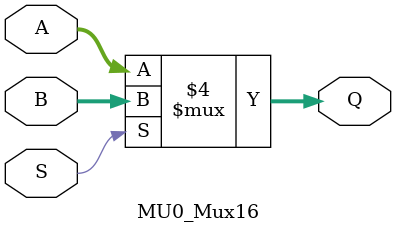
<source format=v>

`timescale 1ns/100ps

// for simulation purposes, do not delete
`default_nettype none

// module definition

module MU0_Mux16 (
input  wire  [15:0] A, 
input  wire  [15:0] B, 
input  wire         S, 
output reg   [15:0] Q);


// Combinatorial logic for 2to1 multiplexor
// S is select, A channel0, B channel1

always @(*) // asynchronous (w/o global clock), combinatorial (the output depends on current inputs), we use = blocking assignment
begin
	if (S == 1'b0)	Q = A; // if S = 0 we output A
	else 			Q = B; // else (S = 1) we output B
end


endmodule 

// for simulation purposes, do not delete
`default_nettype wire

</source>
